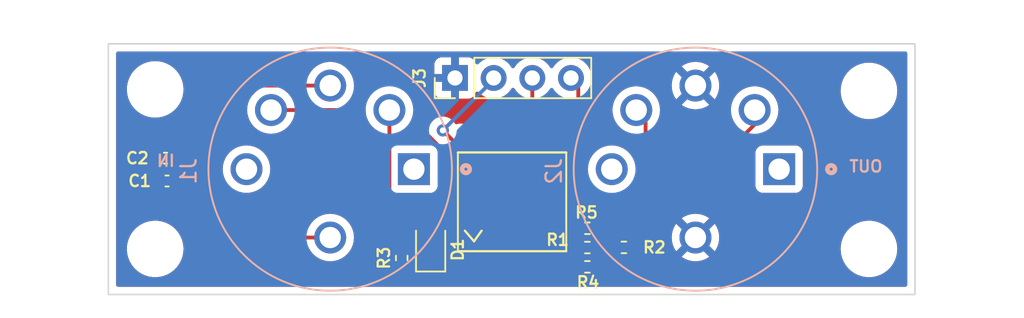
<source format=kicad_pcb>
(kicad_pcb (version 20211014) (generator pcbnew)
  (layers (0 "F.Cu" signal) (31 "B.Cu" signal) (34 "B.Paste" user) (35 "F.Paste" user) (36 "B.SilkS" user "B.Silkscreen") (37 "F.SilkS" user "F.Silkscreen") (38 "B.Mask" user) (39 "F.Mask" user) (44 "Edge.Cuts" user))
  (net 0 "")
  (net 1 "Net-(D1-Pad1)")
  (net 2 "Net-(D1-Pad2)")
  (net 5 "Net-(C2-Pad1)")
  (net 6 "Net-(C1-Pad1)")
  (net 9 "GND")
  (net 10 "+3V3")
  (net 11 "/Tx")
  (net 13 "/Rx")
  (net 14 "Net-(J1-Pad4)")
  (net 15 "Net-(R1-Pad2)")
  (net 16 "Net-(R2-Pad1)")
  (footprint "MountingHole:MountingHole_2.7mm_M2.5" (layer "F.Cu") (at 155.9 73.5)
    (fp_text reference "REF**" hide)
    (fp_text value "MountingHole_2.7mm_M2.5")
    (pad "" np_thru_hole circle locked (at 0 0) (size 2.7 2.7) (drill 2.7) (layers *.Cu *.Mask))
  )
  (footprint "Resistor_SMD:R_0402_1005Metric" (layer "F.Cu") (at 137.4 72.14 180)
    (fp_text reference "R5" (at 0.06 1.036) (layer "F.SilkS") (effects (font (size 0.75 0.75))))
    (fp_text value "280R")
    (fp_line (start -0.153641 0.38) (end 0.153641 0.38) (layer "F.SilkS") (width 0.12))
    (fp_line (start -0.153641 -0.38) (end 0.153641 -0.38) (layer "F.SilkS") (width 0.12))
    (pad "1" smd roundrect locked (at -0.51 0 180) (size 0.54 0.64) (layers "F.Cu" "F.Paste" "F.Mask") (net 10 "+3V3"))
    (pad "2" smd roundrect locked (at 0.51 0 180) (size 0.54 0.64) (layers "F.Cu" "F.Paste" "F.Mask") (net 13 "/Rx"))
  )
  (footprint "Connector_PinHeader_2.54mm:PinHeader_1x04_P2.54mm_Vertical" (layer "F.Cu") (at 128.7 62.25 90)
    (fp_text reference "J3" (at 0 -2.33 90) (layer "F.SilkS") (effects (font (size 0.75 0.75))))
    (fp_text value "Conn_01x04_Male")
    (fp_line (start -1.33 -1.33) (end 0 -1.33) (layer "F.SilkS") (width 0.12))
    (fp_line (start -1.33 1.27) (end 1.33 1.27) (layer "F.SilkS") (width 0.12))
    (fp_line (start -1.33 0) (end -1.33 -1.33) (layer "F.SilkS") (width 0.12))
    (fp_line (start -1.33 1.27) (end -1.33 8.95) (layer "F.SilkS") (width 0.12))
    (fp_line (start -1.33 8.95) (end 1.33 8.95) (layer "F.SilkS") (width 0.12))
    (fp_line (start 1.33 1.27) (end 1.33 8.95) (layer "F.SilkS") (width 0.12))
    (pad "1" thru_hole rect locked (at 0 0 90) (size 1.7 1.7) (drill 1) (layers *.Cu *.Mask) (net 9 "GND"))
    (pad "2" thru_hole oval locked (at 0 2.54 90) (size 1.7 1.7) (drill 1) (layers *.Cu *.Mask) (net 10 "+3V3"))
    (pad "3" thru_hole oval locked (at 0 5.08 90) (size 1.7 1.7) (drill 1) (layers *.Cu *.Mask) (net 13 "/Rx"))
    (pad "4" thru_hole oval locked (at 0 7.62 90) (size 1.7 1.7) (drill 1) (layers *.Cu *.Mask) (net 11 "/Tx"))
  )
  (footprint "Resistor_SMD:R_0402_1005Metric" (layer "F.Cu") (at 137.4 74.68)
    (fp_text reference "R4" (at 0.04 1.024) (layer "F.SilkS") (effects (font (size 0.75 0.75))))
    (fp_text value "68R")
    (fp_line (start -0.153641 -0.38) (end 0.153641 -0.38) (layer "F.SilkS") (width 0.12))
    (fp_line (start -0.153641 0.38) (end 0.153641 0.38) (layer "F.SilkS") (width 0.12))
    (pad "1" smd roundrect locked (at -0.51 0) (size 0.54 0.64) (layers "F.Cu" "F.Paste" "F.Mask") (net 10 "+3V3"))
    (pad "2" smd roundrect locked (at 0.51 0) (size 0.54 0.64) (layers "F.Cu" "F.Paste" "F.Mask") (net 15 "Net-(R1-Pad2)"))
  )
  (footprint "MountingHole:MountingHole_2.7mm_M2.5" (layer "F.Cu") (at 109 73.5)
    (fp_text reference "REF**" hide)
    (fp_text value "MountingHole_2.7mm_M2.5")
    (pad "" np_thru_hole circle locked (at 0 0) (size 2.7 2.7) (drill 2.7) (layers *.Cu *.Mask))
  )
  (footprint "Resistor_SMD:R_0402_1005Metric" (layer "F.Cu") (at 137.4 73.41)
    (fp_text reference "R1" (at -1.96 -0.506) (layer "F.SilkS") (effects (font (size 0.75 0.75))))
    (fp_text value "68R")
    (fp_line (start -0.153641 -0.38) (end 0.153641 -0.38) (layer "F.SilkS") (width 0.12))
    (fp_line (start -0.153641 0.38) (end 0.153641 0.38) (layer "F.SilkS") (width 0.12))
    (pad "1" smd roundrect locked (at -0.51 0) (size 0.54 0.64) (layers "F.Cu" "F.Paste" "F.Mask") (net 10 "+3V3"))
    (pad "2" smd roundrect locked (at 0.51 0) (size 0.54 0.64) (layers "F.Cu" "F.Paste" "F.Mask") (net 15 "Net-(R1-Pad2)"))
  )
  (footprint "Diode_SMD:D_0805_2012Metric" (layer "F.Cu") (at 127.1 73.3 90)
    (fp_text reference "D1" (at -0.254 1.778 90) (layer "F.SilkS") (effects (font (size 0.75 0.75))))
    (fp_text value "1N4148")
    (fp_line (start -1.685 0.96) (end 1 0.96) (layer "F.SilkS") (width 0.12))
    (fp_line (start -1.685 -0.96) (end -1.685 0.96) (layer "F.SilkS") (width 0.12))
    (fp_line (start 1 -0.96) (end -1.685 -0.96) (layer "F.SilkS") (width 0.12))
    (pad "1" smd roundrect locked (at -0.9375 0 90) (size 0.975 1.4) (layers "F.Cu" "F.Paste" "F.Mask") (net 1 "Net-(D1-Pad1)"))
    (pad "2" smd roundrect locked (at 0.9375 0 90) (size 0.975 1.4) (layers "F.Cu" "F.Paste" "F.Mask") (net 2 "Net-(D1-Pad2)"))
  )
  (footprint "MountingHole:MountingHole_2.7mm_M2.5" (layer "F.Cu") (at 155.9 63.1)
    (fp_text reference "REF**" hide)
    (fp_text value "MountingHole_2.7mm_M2.5")
    (pad "" np_thru_hole circle locked (at 0 0) (size 2.7 2.7) (drill 2.7) (layers *.Cu *.Mask))
  )
  (footprint "Capacitor_SMD:C_0402_1005Metric" (layer "F.Cu") (at 109.78 69.028 180)
    (fp_text reference "C1" (at 1.8 0) (layer "F.SilkS") (effects (font (size 0.75 0.75))))
    (fp_text value "100n")
    (fp_line (start -0.107836 0.36) (end 0.107836 0.36) (layer "F.SilkS") (width 0.12))
    (fp_line (start -0.107836 -0.36) (end 0.107836 -0.36) (layer "F.SilkS") (width 0.12))
    (pad "1" smd roundrect locked (at -0.48 0 180) (size 0.56 0.62) (layers "F.Cu" "F.Paste" "F.Mask") (net 6 "Net-(C1-Pad1)"))
    (pad "2" smd roundrect locked (at 0.48 0 180) (size 0.56 0.62) (layers "F.Cu" "F.Paste" "F.Mask") (net 9 "GND"))
  )
  (footprint "Resistor_SMD:R_0402_1005Metric" (layer "F.Cu") (at 125.2 74.1 90)
    (fp_text reference "R3" (at 0 -1.17 90) (layer "F.SilkS") (effects (font (size 0.75 0.75))))
    (fp_text value "220R")
    (fp_line (start -0.153641 -0.38) (end 0.153641 -0.38) (layer "F.SilkS") (width 0.12))
    (fp_line (start -0.153641 0.38) (end 0.153641 0.38) (layer "F.SilkS") (width 0.12))
    (pad "1" smd roundrect locked (at -0.51 0 90) (size 0.54 0.64) (layers "F.Cu" "F.Paste" "F.Mask") (net 1 "Net-(D1-Pad1)"))
    (pad "2" smd roundrect locked (at 0.51 0 90) (size 0.54 0.64) (layers "F.Cu" "F.Paste" "F.Mask") (net 14 "Net-(J1-Pad4)"))
  )
  (footprint "Capacitor_SMD:C_0402_1005Metric" (layer "F.Cu") (at 109.68 67.528 180)
    (fp_text reference "C2" (at 1.85 0) (layer "F.SilkS") (effects (font (size 0.75 0.75))))
    (fp_text value "100n")
    (fp_line (start -0.107836 -0.36) (end 0.107836 -0.36) (layer "F.SilkS") (width 0.12))
    (fp_line (start -0.107836 0.36) (end 0.107836 0.36) (layer "F.SilkS") (width 0.12))
    (pad "1" smd roundrect locked (at -0.48 0 180) (size 0.56 0.62) (layers "F.Cu" "F.Paste" "F.Mask") (net 5 "Net-(C2-Pad1)"))
    (pad "2" smd roundrect locked (at 0.48 0 180) (size 0.56 0.62) (layers "F.Cu" "F.Paste" "F.Mask") (net 9 "GND"))
  )
  (footprint "lib:Everlight_H11L1S" (layer "F.Cu") (at 132.45 70.4)
    (fp_text reference "U1" hide)
    (fp_text value "H11L1" hide)
    (fp_line (start 3.56 -3.25) (end 3.56 3.25) (layer "F.SilkS") (width 0.127))
    (fp_line (start -3.56 3.25) (end -3.56 -3.25) (layer "F.SilkS") (width 0.127))
    (fp_line (start 3.56 3.25) (end -3.56 3.25) (layer "F.SilkS") (width 0.15))
    (fp_line (start -3.1 1.9) (end -2.5 2.6) (layer "F.SilkS") (width 0.15))
    (fp_line (start -3.56 -3.25) (end 3.56 -3.25) (layer "F.SilkS") (width 0.15))
    (fp_line (start -2.5 2.6) (end -2 1.9) (layer "F.SilkS") (width 0.15))
    (pad "1" smd rect (at -2.54 3.875) (size 1.78 1.56) (layers "F.Cu" "F.Paste" "F.Mask") (net 1 "Net-(D1-Pad1)"))
    (pad "2" smd rect (at 0 3.875) (size 1.78 1.56) (layers "F.Cu" "F.Paste" "F.Mask") (net 2 "Net-(D1-Pad2)"))
    (pad "3" smd rect (at 2.54 3.875) (size 1.78 1.56) (layers "F.Cu" "F.Paste" "F.Mask"))
    (pad "4" smd rect (at 2.54 -3.875) (size 1.78 1.56) (layers "F.Cu" "F.Paste" "F.Mask") (net 13 "/Rx"))
    (pad "5" smd rect (at 0 -3.875) (size 1.78 1.56) (layers "F.Cu" "F.Paste" "F.Mask") (net 9 "GND"))
    (pad "6" smd rect (at -2.54 -3.875) (size 1.78 1.52) (layers "F.Cu" "F.Paste" "F.Mask") (net 10 "+3V3"))
  )
  (footprint "MountingHole:MountingHole_2.7mm_M2.5" (layer "F.Cu") (at 109 63)
    (fp_text reference "REF**" hide)
    (fp_text value "MountingHole_2.7mm_M2.5")
    (pad "" np_thru_hole circle locked (at 0 0) (size 2.7 2.7) (drill 2.7) (layers *.Cu *.Mask))
  )
  (footprint "Resistor_SMD:R_0402_1005Metric" (layer "F.Cu") (at 139.8 73.4)
    (fp_text reference "R2" (at 2 0) (layer "F.SilkS") (effects (font (size 0.75 0.75))))
    (fp_text value "10R")
    (fp_line (start -0.153641 -0.38) (end 0.153641 -0.38) (layer "F.SilkS") (width 0.12))
    (fp_line (start -0.153641 0.38) (end 0.153641 0.38) (layer "F.SilkS") (width 0.12))
    (pad "1" smd roundrect locked (at -0.51 0) (size 0.54 0.64) (layers "F.Cu" "F.Paste" "F.Mask") (net 16 "Net-(R2-Pad1)"))
    (pad "2" smd roundrect locked (at 0.51 0) (size 0.54 0.64) (layers "F.Cu" "F.Paste" "F.Mask") (net 11 "/Tx"))
  )
  (footprint "lib:CUI_SD-50BV" (layer "B.Cu") (at 120.5 68.25 -90)
    (fp_text reference "J1" (at 0.13524 9.30452 90) (layer "B.SilkS") (effects (font (size 1.007465 1.007465)) (justify mirror)))
    (fp_text value "SD-50BV")
    (fp_circle (center 0 0) (end 8 0) (layer "B.SilkS") (width 0.127) (fill none))
    (fp_circle (center 0 -8.919) (end 0.1 -8.919) (layer "B.SilkS") (width 0.3) (fill none))
    (pad "1" thru_hole rect (at 0 -5.5 270) (size 2.1 2.1) (drill 1.4) (layers *.Cu *.Mask))
    (pad "2" thru_hole circle (at -5.5 0 270) (size 2.1 2.1) (drill 1.4) (layers *.Cu *.Mask) (net 5 "Net-(C2-Pad1)"))
    (pad "3" thru_hole circle (at 0 5.5 270) (size 2.1 2.1) (drill 1.4) (layers *.Cu *.Mask))
    (pad "4" thru_hole circle (at -3.89 -3.89 270) (size 2.1 2.1) (drill 1.4) (layers *.Cu *.Mask) (net 14 "Net-(J1-Pad4)"))
    (pad "5" thru_hole circle (at -3.89 3.89 270) (size 2.1 2.1) (drill 1.4) (layers *.Cu *.Mask) (net 2 "Net-(D1-Pad2)"))
    (pad "S" thru_hole circle (at 4.5 0 270) (size 2.1 2.1) (drill 1.4) (layers *.Cu *.Mask) (net 6 "Net-(C1-Pad1)"))
  )
  (footprint "lib:CUI_SD-50BV" (layer "B.Cu") (at 144.5 68.25 -90)
    (fp_text reference "J2" (at 0.13524 9.30452 90) (layer "B.SilkS") (effects (font (size 1.007465 1.007465)) (justify mirror)))
    (fp_text value "SD-50BV")
    (fp_circle (center 0 0) (end 8 0) (layer "B.SilkS") (width 0.127) (fill none))
    (fp_circle (center 0 -8.919) (end 0.1 -8.919) (layer "B.SilkS") (width 0.3) (fill none))
    (pad "1" thru_hole rect (at 0 -5.5 270) (size 2.1 2.1) (drill 1.4) (layers *.Cu *.Mask))
    (pad "2" thru_hole circle (at -5.5 0 270) (size 2.1 2.1) (drill 1.4) (layers *.Cu *.Mask) (net 9 "GND"))
    (pad "3" thru_hole circle (at 0 5.5 270) (size 2.1 2.1) (drill 1.4) (layers *.Cu *.Mask))
    (pad "4" thru_hole circle (at -3.89 -3.89 270) (size 2.1 2.1) (drill 1.4) (layers *.Cu *.Mask) (net 15 "Net-(R1-Pad2)"))
    (pad "5" thru_hole circle (at -3.89 3.89 270) (size 2.1 2.1) (drill 1.4) (layers *.Cu *.Mask) (net 16 "Net-(R2-Pad1)"))
    (pad "S" thru_hole circle (at 4.5 0 270) (size 2.1 2.1) (drill 1.4) (layers *.Cu *.Mask) (net 9 "GND"))
  )
  (gr_rect (start 105.925 76.5) (end 158.925 60) (layer "Edge.Cuts") (width 0.1) (fill none))
  (gr_text "IN" (at 109.7 67.7) (layer "B.SilkS") (effects (font (size 0.75 0.75)) (justify mirror)))
  (gr_text "OUT" (at 155.702 68.072) (layer "B.SilkS") (effects (font (size 0.75 0.75)) (justify mirror)))
  (segment (start 127.1 74.2375) (end 125.5725 74.2375) (width 0.25) (layer "F.Cu") (net 1))
  (segment (start 127.1375 74.275) (end 129.91 74.275) (width 0.25) (layer "F.Cu") (net 1))
  (segment (start 125.5725 74.2375) (end 125.2 74.61) (width 0.25) (layer "F.Cu") (net 1))
  (segment (start 127.1 74.2375) (end 127.1375 74.275) (width 0.25) (layer "F.Cu") (net 1))
  (segment (start 116.61 64.36) (end 121.54 64.36) (width 0.25) (layer "F.Cu") (net 2))
  (segment (start 125.1 62.2) (end 126.3 63.4) (width 0.25) (layer "F.Cu") (net 2))
  (segment (start 121.54 64.36) (end 123.7 62.2) (width 0.25) (layer "F.Cu") (net 2))
  (segment (start 123.7 62.2) (end 125.1 62.2) (width 0.25) (layer "F.Cu") (net 2))
  (segment (start 126.3 63.4) (end 126.3 65.4) (width 0.25) (layer "F.Cu") (net 2))
  (segment (start 127.1 72.3625) (end 130.5375 72.3625) (width 0.25) (layer "F.Cu") (net 2))
  (segment (start 130.5375 72.3625) (end 132.45 74.275) (width 0.25) (layer "F.Cu") (net 2))
  (segment (start 127.8 71.6625) (end 127.1 72.3625) (width 0.25) (layer "F.Cu") (net 2))
  (segment (start 127.8 66.9) (end 127.8 71.6625) (width 0.25) (layer "F.Cu") (net 2))
  (segment (start 126.3 65.4) (end 127.8 66.9) (width 0.25) (layer "F.Cu") (net 2))
  (segment (start 115.85 62.75) (end 111.072 67.528) (width 0.25) (layer "F.Cu") (net 5))
  (segment (start 111.072 67.528) (end 110.16 67.528) (width 0.25) (layer "F.Cu") (net 5))
  (segment (start 111.18 67.528) (end 110.06 67.528) (width 0.25) (layer "F.Cu") (net 5))
  (segment (start 120.5 62.75) (end 115.85 62.75) (width 0.25) (layer "F.Cu") (net 5))
  (segment (start 120.5 72.75) (end 114.85 72.75) (width 0.25) (layer "F.Cu") (net 6))
  (segment (start 111.128 69.028) (end 110.26 69.028) (width 0.25) (layer "F.Cu") (net 6))
  (segment (start 114.85 72.75) (end 111.128 69.028) (width 0.25) (layer "F.Cu") (net 6))
  (segment (start 129.96 66.625) (end 129.96 67.86) (width 0.25) (layer "F.Cu") (net 10))
  (segment (start 129.96 67.86) (end 135 72.9) (width 0.25) (layer "F.Cu") (net 10))
  (segment (start 127.9 65.7) (end 128.740489 66.540489) (width 0.25) (layer "F.Cu") (net 10))
  (segment (start 137.91 72.14) (end 137.91 72.39) (width 0.25) (layer "F.Cu") (net 10))
  (segment (start 128.740489 66.540489) (end 129.875489 66.540489) (width 0.25) (layer "F.Cu") (net 10))
  (segment (start 129.875489 66.540489) (end 129.96 66.625) (width 0.25) (layer "F.Cu") (net 10))
  (segment (start 136.89 74.68) (end 136.89 73.41) (width 0.25) (layer "F.Cu") (net 10))
  (segment (start 136.38 72.9) (end 136.89 73.41) (width 0.25) (layer "F.Cu") (net 10))
  (segment (start 135 72.9) (end 136.38 72.9) (width 0.25) (layer "F.Cu") (net 10))
  (segment (start 137.91 72.39) (end 136.89 73.41) (width 0.25) (layer "F.Cu") (net 10))
  (via (at 127.9 65.7) (size 0.8) (drill 0.4) (layers "F.Cu" "B.Cu") (net 10))
  (segment (start 127.9 65.7) (end 131.24 62.36) (width 0.25) (layer "B.Cu") (net 10))
  (segment (start 131.24 62.36) (end 131.24 62) (width 0.25) (layer "B.Cu") (net 10))
  (segment (start 136.8 69.746) (end 136.8 62.48) (width 0.25) (layer "F.Cu") (net 11))
  (segment (start 139.29 73.4) (end 139.29 72.236) (width 0.25) (layer "F.Cu") (net 11))
  (segment (start 139.29 72.236) (end 136.8 69.746) (width 0.25) (layer "F.Cu") (net 11))
  (segment (start 136.8 62.48) (end 136.32 62) (width 0.25) (layer "F.Cu") (net 11))
  (segment (start 136.146 72.14) (end 134.99 70.984) (width 0.25) (layer "F.Cu") (net 13))
  (segment (start 134.99 70.984) (end 134.99 66.525) (width 0.25) (layer "F.Cu") (net 13))
  (segment (start 134.99 66.525) (end 133.78 65.315) (width 0.25) (layer "F.Cu") (net 13))
  (segment (start 133.78 65.315) (end 133.78 62) (width 0.25) (layer "F.Cu") (net 13))
  (segment (start 136.146 72.14) (end 136.89 72.14) (width 0.25) (layer "F.Cu") (net 13))
  (segment (start 124.39 72.78) (end 124.39 64.36) (width 0.25) (layer "F.Cu") (net 14))
  (segment (start 125.2 73.59) (end 124.39 72.78) (width 0.25) (layer "F.Cu") (net 14))
  (segment (start 137.91 74.68) (end 140.18 74.68) (width 0.25) (layer "F.Cu") (net 15))
  (segment (start 141.5 74.1) (end 141.5 72.2) (width 0.25) (layer "F.Cu") (net 15))
  (segment (start 137.91 73.41) (end 137.91 74.68) (width 0.25) (layer "F.Cu") (net 15))
  (segment (start 141.5 72.2) (end 148.39 65.31) (width 0.25) (layer "F.Cu") (net 15))
  (segment (start 148.39 65.31) (end 148.39 64.36) (width 0.25) (layer "F.Cu") (net 15))
  (segment (start 140.18 74.68) (end 140.2 74.7) (width 0.25) (layer "F.Cu") (net 15))
  (segment (start 140.924 74.676) (end 141.5 74.1) (width 0.25) (layer "F.Cu") (net 15))
  (segment (start 140.212 74.676) (end 140.924 74.676) (width 0.25) (layer "F.Cu") (net 15))
  (segment (start 141.224 64.974) (end 141.224 71.122) (width 0.25) (layer "F.Cu") (net 16))
  (segment (start 141.224 71.122) (end 140.31 72.036) (width 0.25) (layer "F.Cu") (net 16))
  (segment (start 140.61 64.36) (end 141.224 64.974) (width 0.25) (layer "F.Cu") (net 16))
  (segment (start 140.31 72.036) (end 140.31 73.4) (width 0.25) (layer "F.Cu") (net 16))
  (zone (net 9) (net_name "GND") (layers F&B.Cu) (connect_pads (clearance 0.508)) (min_thickness 0.254) (fill yes (thermal_gap 0.508) (thermal_bridge_width 0.508))
    (polygon (pts (xy 159 76.5) (xy 105.5 76.5) (xy 105.5 60) (xy 159 60)))
  )
)
</source>
